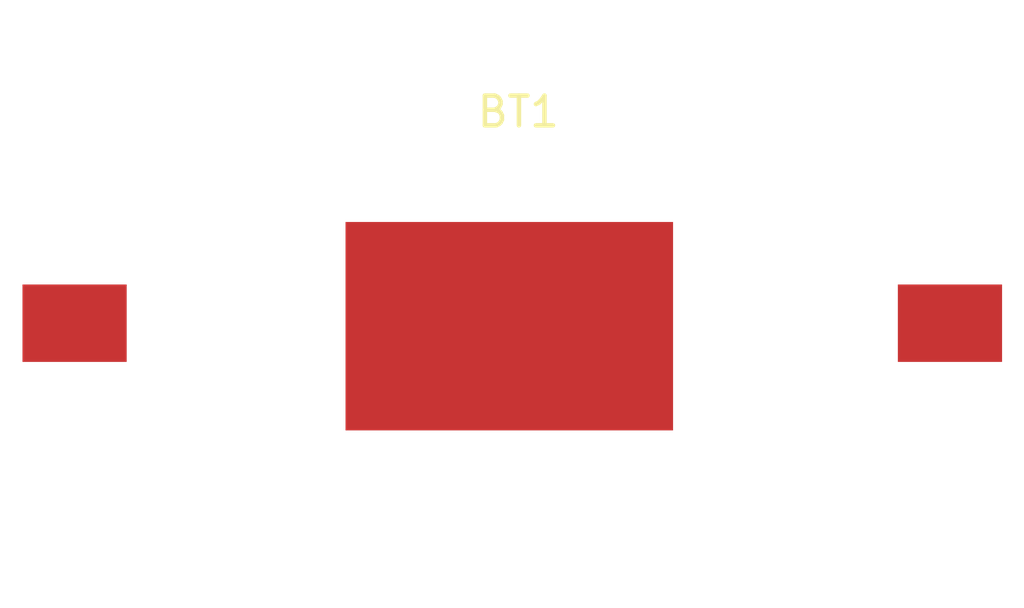
<source format=kicad_pcb>
(kicad_pcb (version 20171130) (host pcbnew "(5.1.6)-1")

  (general
    (thickness 1.6)
    (drawings 0)
    (tracks 0)
    (zones 0)
    (modules 1)
    (nets 3)
  )

  (page A4)
  (layers
    (0 F.Cu signal)
    (31 B.Cu signal)
    (32 B.Adhes user)
    (33 F.Adhes user)
    (34 B.Paste user)
    (35 F.Paste user)
    (36 B.SilkS user)
    (37 F.SilkS user)
    (38 B.Mask user)
    (39 F.Mask user)
    (40 Dwgs.User user)
    (41 Cmts.User user)
    (42 Eco1.User user)
    (43 Eco2.User user)
    (44 Edge.Cuts user)
    (45 Margin user)
    (46 B.CrtYd user)
    (47 F.CrtYd user)
    (48 B.Fab user)
    (49 F.Fab user)
  )

  (setup
    (last_trace_width 0.25)
    (trace_clearance 0.2)
    (zone_clearance 0.508)
    (zone_45_only no)
    (trace_min 0.2)
    (via_size 0.8)
    (via_drill 0.4)
    (via_min_size 0.4)
    (via_min_drill 0.3)
    (uvia_size 0.3)
    (uvia_drill 0.1)
    (uvias_allowed no)
    (uvia_min_size 0.2)
    (uvia_min_drill 0.1)
    (edge_width 0.05)
    (segment_width 0.2)
    (pcb_text_width 0.3)
    (pcb_text_size 1.5 1.5)
    (mod_edge_width 0.12)
    (mod_text_size 1 1)
    (mod_text_width 0.15)
    (pad_size 1.524 1.524)
    (pad_drill 0.762)
    (pad_to_mask_clearance 0.05)
    (aux_axis_origin 0 0)
    (visible_elements FFFFFF7F)
    (pcbplotparams
      (layerselection 0x010fc_ffffffff)
      (usegerberextensions false)
      (usegerberattributes true)
      (usegerberadvancedattributes true)
      (creategerberjobfile true)
      (excludeedgelayer true)
      (linewidth 0.100000)
      (plotframeref false)
      (viasonmask false)
      (mode 1)
      (useauxorigin false)
      (hpglpennumber 1)
      (hpglpenspeed 20)
      (hpglpendiameter 15.000000)
      (psnegative false)
      (psa4output false)
      (plotreference true)
      (plotvalue true)
      (plotinvisibletext false)
      (padsonsilk false)
      (subtractmaskfromsilk false)
      (outputformat 1)
      (mirror false)
      (drillshape 1)
      (scaleselection 1)
      (outputdirectory ""))
  )

  (net 0 "")
  (net 1 +3V3)
  (net 2 GNDREF)

  (net_class Default "This is the default net class."
    (clearance 0.2)
    (trace_width 0.25)
    (via_dia 0.8)
    (via_drill 0.4)
    (uvia_dia 0.3)
    (uvia_drill 0.1)
    (add_net +3V3)
    (add_net GNDREF)
  )

  (module Battery_Holder_:SMTU2032 (layer F.Cu) (tedit 5F916E69) (tstamp 5F9170D6)
    (at 110 47)
    (path /5F8E893E)
    (fp_text reference BT1 (at 0.2 -7.1) (layer F.SilkS)
      (effects (font (size 1 1) (thickness 0.15)))
    )
    (fp_text value Battery_Cell (at 0.05 -5.5) (layer F.Fab)
      (effects (font (size 1 1) (thickness 0.15)))
    )
    (fp_line (start -8.89 -3.81) (end -6.35 -10.795) (layer B.Paste) (width 0.12))
    (fp_line (start -17.145 -3.81) (end -8.89 -3.81) (layer B.Paste) (width 0.12))
    (fp_line (start -17.145 3.81) (end -17.145 -3.81) (layer B.Paste) (width 0.12))
    (fp_line (start -8.89 3.81) (end -17.145 3.81) (layer B.Paste) (width 0.12))
    (fp_line (start -6.35 9.525) (end -8.89 3.81) (layer B.Paste) (width 0.12))
    (fp_line (start 8.255 -3.81) (end 5.715 -10.795) (layer B.Paste) (width 0.12))
    (fp_line (start 17.145 -3.81) (end 8.255 -3.81) (layer B.Paste) (width 0.12))
    (fp_line (start 17.145 3.81) (end 17.145 -3.81) (layer B.Paste) (width 0.12))
    (fp_line (start 8.255 3.81) (end 17.145 3.81) (layer B.Paste) (width 0.12))
    (fp_line (start 5.715 9.525) (end 8.255 3.81) (layer B.Paste) (width 0.12))
    (fp_line (start -6.35 9.525) (end 5.715 9.525) (layer B.Paste) (width 0.12))
    (fp_line (start -6.35 -10.795) (end 5.715 -10.795) (layer B.Paste) (width 0.12))
    (pad 1 smd rect (at -0.1 0.1) (size 11 7) (layers F.Cu F.Paste F.Mask)
      (net 1 +3V3))
    (pad 2 smd rect (at 14.7 0) (size 3.5 2.6) (layers F.Cu F.Paste F.Mask)
      (net 2 GNDREF))
    (pad 3 smd rect (at -14.7 0) (size 3.5 2.6) (layers F.Cu F.Paste F.Mask))
  )

)

</source>
